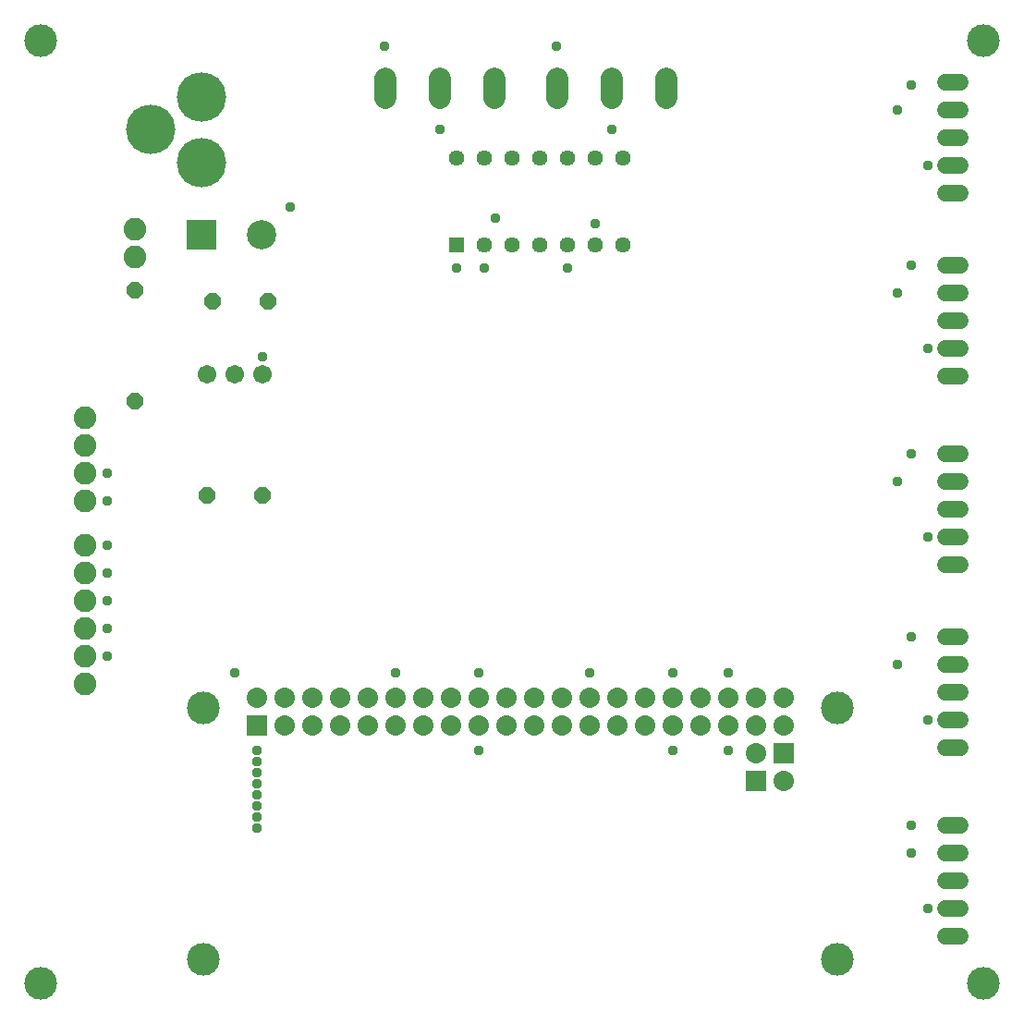
<source format=gbr>
G04 EAGLE Gerber RS-274X export*
G75*
%MOMM*%
%FSLAX34Y34*%
%LPD*%
%INSoldermask Bottom*%
%IPPOS*%
%AMOC8*
5,1,8,0,0,1.08239X$1,22.5*%
G01*
%ADD10C,2.997200*%
%ADD11R,1.868200X1.868200*%
%ADD12C,1.868200*%
%ADD13C,3.003200*%
%ADD14C,1.524000*%
%ADD15R,1.441200X1.441200*%
%ADD16C,1.441200*%
%ADD17C,1.711200*%
%ADD18C,4.521200*%
%ADD19C,1.993900*%
%ADD20P,1.649562X8X22.500000*%
%ADD21P,1.649562X8X202.500000*%
%ADD22R,2.678200X2.678200*%
%ADD23C,2.678200*%
%ADD24C,2.082800*%
%ADD25P,1.649562X8X292.500000*%
%ADD26C,0.959600*%


D10*
X25400Y25400D03*
X889000Y25400D03*
X25400Y889000D03*
X889000Y889000D03*
D11*
X223430Y261760D03*
D12*
X223430Y287160D03*
X248830Y261760D03*
X248830Y287160D03*
X274230Y261760D03*
X274230Y287160D03*
X299630Y261760D03*
X299630Y287160D03*
X325030Y261760D03*
X325030Y287160D03*
X350430Y261760D03*
X350430Y287160D03*
X375830Y261760D03*
X375830Y287160D03*
X401230Y261760D03*
X401230Y287160D03*
X426630Y261760D03*
X426630Y287160D03*
X452030Y261760D03*
X452030Y287160D03*
X477430Y261760D03*
X477430Y287160D03*
X502830Y261760D03*
X502830Y287160D03*
X528230Y261760D03*
X528230Y287160D03*
X553630Y261760D03*
X553630Y287160D03*
X579030Y261760D03*
X579030Y287160D03*
X604430Y261760D03*
X604430Y287160D03*
X629830Y261760D03*
X629830Y287160D03*
X655230Y261760D03*
X655230Y287160D03*
X680630Y261760D03*
X680630Y287160D03*
X706030Y261760D03*
X706030Y287160D03*
D11*
X706030Y236360D03*
D12*
X680630Y236360D03*
D11*
X680630Y210960D03*
D12*
X706030Y210960D03*
D13*
X174730Y277560D03*
X174730Y47560D03*
X754730Y47560D03*
X754730Y277560D03*
D14*
X854456Y68580D02*
X867664Y68580D01*
X867664Y93980D02*
X854456Y93980D01*
X854456Y119380D02*
X867664Y119380D01*
X867664Y144780D02*
X854456Y144780D01*
X854456Y170180D02*
X867664Y170180D01*
X867664Y241300D02*
X854456Y241300D01*
X854456Y266700D02*
X867664Y266700D01*
X867664Y292100D02*
X854456Y292100D01*
X854456Y317500D02*
X867664Y317500D01*
X867664Y342900D02*
X854456Y342900D01*
X854456Y408940D02*
X867664Y408940D01*
X867664Y434340D02*
X854456Y434340D01*
X854456Y459740D02*
X867664Y459740D01*
X867664Y485140D02*
X854456Y485140D01*
X854456Y510540D02*
X867664Y510540D01*
X867664Y581660D02*
X854456Y581660D01*
X854456Y607060D02*
X867664Y607060D01*
X867664Y632460D02*
X854456Y632460D01*
X854456Y657860D02*
X867664Y657860D01*
X867664Y683260D02*
X854456Y683260D01*
X854456Y749300D02*
X867664Y749300D01*
X867664Y774700D02*
X854456Y774700D01*
X854456Y800100D02*
X867664Y800100D01*
X867664Y825500D02*
X854456Y825500D01*
X854456Y850900D02*
X867664Y850900D01*
D15*
X406400Y701980D03*
D16*
X431800Y701980D03*
X457200Y701980D03*
X482600Y701980D03*
X508000Y701980D03*
X533400Y701980D03*
X558800Y701980D03*
X558800Y781380D03*
X533400Y781380D03*
X508000Y781380D03*
X482600Y781380D03*
X457200Y781380D03*
X431800Y781380D03*
X406400Y781380D03*
D17*
X177800Y583020D03*
X203200Y583020D03*
X228600Y583020D03*
D18*
X172720Y777400D03*
X172720Y837400D03*
X125720Y807400D03*
D19*
X341160Y836667D02*
X341160Y854574D01*
X391160Y854574D02*
X391160Y836667D01*
X441160Y836667D02*
X441160Y854574D01*
X498640Y854574D02*
X498640Y836667D01*
X548640Y836667D02*
X548640Y854574D01*
X598640Y854574D02*
X598640Y836667D01*
D20*
X182880Y650240D03*
X233680Y650240D03*
D21*
X228600Y472440D03*
X177800Y472440D03*
D22*
X172720Y711200D03*
D23*
X227720Y711200D03*
D24*
X66040Y467360D03*
X66040Y492760D03*
X66040Y518160D03*
X66040Y543560D03*
X111760Y690880D03*
X111760Y716280D03*
D25*
X111760Y660400D03*
X111760Y558800D03*
D24*
X66040Y426720D03*
X66040Y401320D03*
X66040Y375920D03*
X66040Y350520D03*
X66040Y325120D03*
X66040Y299720D03*
D26*
X822960Y683260D03*
X822960Y510540D03*
X822960Y342900D03*
X822960Y170180D03*
X822960Y848360D03*
X655320Y238760D03*
X822960Y144780D03*
X604520Y238760D03*
X810260Y317500D03*
X655320Y309880D03*
X810260Y485140D03*
X604520Y309880D03*
X810260Y657860D03*
X528320Y309880D03*
X810260Y825500D03*
X426720Y309880D03*
X838200Y774700D03*
X838200Y434340D03*
X838200Y266700D03*
X838200Y93980D03*
X838200Y607060D03*
X223520Y238760D03*
X426720Y238760D03*
X223520Y208280D03*
X86360Y426720D03*
X431800Y680720D03*
X203200Y309880D03*
X508000Y680720D03*
X350520Y309880D03*
X406400Y680720D03*
X228600Y599440D03*
X441960Y726440D03*
X391160Y807720D03*
X254000Y736600D03*
X340360Y883920D03*
X497840Y883920D03*
X533400Y721360D03*
X548640Y807720D03*
X86360Y467360D03*
X223520Y218440D03*
X223520Y228600D03*
X86360Y492760D03*
X223520Y187960D03*
X86360Y375920D03*
X223520Y177800D03*
X86360Y350520D03*
X223520Y198120D03*
X86360Y401320D03*
X223520Y167640D03*
X86360Y325120D03*
M02*

</source>
